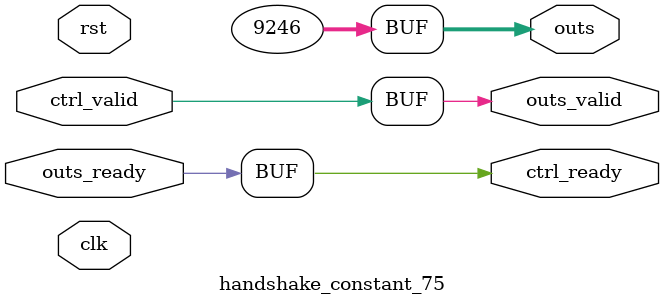
<source format=v>
`timescale 1ns / 1ps
module handshake_constant_75 #(
  parameter DATA_WIDTH = 32  // Default set to 32 bits
) (
  input                       clk,
  input                       rst,
  // Input Channel
  input                       ctrl_valid,
  output                      ctrl_ready,
  // Output Channel
  output [DATA_WIDTH - 1 : 0] outs,
  output                      outs_valid,
  input                       outs_ready
);
  assign outs       = 15'b010010000011110;
  assign outs_valid = ctrl_valid;
  assign ctrl_ready = outs_ready;

endmodule

</source>
